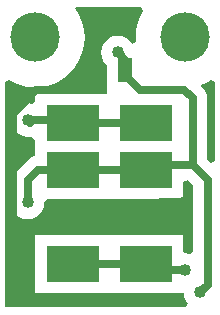
<source format=gbl>
%FSLAX25Y25*%
%MOIN*%
G70*
G01*
G75*
G04 Layer_Physical_Order=2*
G04 Layer_Color=65280*
%ADD10R,0.05906X0.05906*%
%ADD11R,0.05906X0.05906*%
%ADD12C,0.02500*%
%ADD13C,0.16500*%
%ADD14C,0.04000*%
%ADD15R,0.17716X0.12205*%
%ADD16R,0.05000X0.08000*%
G36*
X572500Y577741D02*
Y551235D01*
X571114Y550661D01*
X569791Y551985D01*
Y572205D01*
D01*
D01*
D01*
D01*
X569791D01*
D01*
D01*
D01*
D01*
D01*
X569791D01*
Y572205D01*
D01*
D01*
Y572205D01*
D01*
D01*
D01*
D01*
D01*
D01*
D01*
D01*
D01*
D01*
D01*
D01*
Y572205D01*
D01*
X569791D01*
D01*
D01*
D01*
D01*
D01*
D01*
D01*
X569791Y572205D01*
D01*
D01*
D01*
X569628Y573445D01*
X569289Y574262D01*
X569149Y574600D01*
X568388Y575593D01*
X568388Y575593D01*
X568388D01*
X568388Y575593D01*
Y575593D01*
X567528Y576452D01*
X567615Y576759D01*
X570014Y577753D01*
X571191Y578474D01*
X572500Y577741D01*
D02*
G37*
G36*
X548474Y601191D02*
X547753Y600014D01*
X546759Y597614D01*
X546153Y595089D01*
X545949Y592500D01*
X546068Y590989D01*
X544667Y590452D01*
X543923Y591423D01*
X542774Y592304D01*
X541436Y592858D01*
X540000Y593048D01*
X538564Y592858D01*
X537226Y592304D01*
X536077Y591423D01*
X535196Y590274D01*
X534642Y588936D01*
X534452Y587500D01*
X534642Y586064D01*
X535196Y584726D01*
X536077Y583577D01*
X536500Y583253D01*
Y574000D01*
D01*
Y574000D01*
X536246Y573746D01*
X512557D01*
Y571348D01*
X511429Y570359D01*
X510000Y570547D01*
X508564Y570358D01*
X507226Y569804D01*
X506077Y568923D01*
X505196Y567774D01*
X504642Y566436D01*
X504453Y565000D01*
X504642Y563564D01*
X505196Y562226D01*
X506077Y561077D01*
X507226Y560196D01*
X508564Y559642D01*
X510000Y559452D01*
X510049Y559459D01*
X510856Y559353D01*
X511429Y559428D01*
X512557Y558439D01*
Y554541D01*
Y553076D01*
X512156Y553023D01*
X511339Y552685D01*
X511000Y552545D01*
X510008Y551783D01*
X506612Y548388D01*
X505851Y547396D01*
X505711Y547057D01*
X505372Y546240D01*
X505209Y545000D01*
Y540291D01*
X505196Y540274D01*
X504642Y538936D01*
X504453Y537500D01*
X504642Y536064D01*
X505196Y534726D01*
X506077Y533577D01*
X507226Y532696D01*
X508564Y532142D01*
X510000Y531952D01*
X511436Y532142D01*
X512774Y532696D01*
X513923Y533577D01*
X514804Y534726D01*
X515358Y536064D01*
X515548Y537500D01*
X515526Y537666D01*
X516515Y538793D01*
X561879D01*
Y544385D01*
X563265Y544959D01*
X565209Y543015D01*
Y521181D01*
X563962Y520348D01*
X563936Y520358D01*
X562500Y520547D01*
X561879Y521092D01*
Y526502D01*
X512557D01*
Y507297D01*
X561879D01*
Y507297D01*
X561979D01*
X562142Y506064D01*
X562696Y504726D01*
X563372Y503845D01*
X562708Y502500D01*
X502500D01*
Y577741D01*
X503809Y578474D01*
X504986Y577753D01*
X507385Y576759D01*
X509911Y576153D01*
X512500Y575949D01*
X515089Y576153D01*
X517615Y576759D01*
X520014Y577753D01*
X522228Y579110D01*
X524203Y580797D01*
X525890Y582772D01*
X527247Y584986D01*
X528241Y587386D01*
X528847Y589911D01*
X529051Y592500D01*
X528847Y595089D01*
X528241Y597614D01*
X527247Y600014D01*
X525890Y602228D01*
X526015Y602500D01*
X547741D01*
X548474Y601191D01*
D02*
G37*
D12*
X512814Y575000D02*
X530000D01*
X504919Y567105D02*
X512814Y575000D01*
X505000Y532500D02*
Y567205D01*
X507500Y530000D02*
X517500D01*
X510000Y512500D02*
Y530000D01*
X513396Y548396D02*
X549521D01*
X510000Y545000D02*
X513396Y548396D01*
X510000Y537500D02*
Y545000D01*
X549521Y548396D02*
X551126Y550000D01*
X565000D01*
X542500Y580000D02*
X547500Y575000D01*
X542500Y580000D02*
Y582500D01*
X547500Y575000D02*
X562205D01*
X565000Y572205D01*
X531500Y576500D02*
Y581500D01*
X530000Y575000D02*
X531500Y576500D01*
X524767Y532500D02*
X524915Y532648D01*
X565000Y550000D02*
Y572205D01*
X524915Y532648D02*
X549521D01*
X524915Y516900D02*
X549521D01*
X520000Y532500D02*
X524767D01*
X517500Y530000D02*
X520000Y532500D01*
X505000D02*
X507500Y530000D01*
X510000Y565000D02*
X510856Y564144D01*
X510000Y565000D02*
X524059D01*
X524915Y564144D02*
X549521D01*
X524059Y565000D02*
X524915Y564144D01*
X554374Y537500D02*
X562500D01*
X549521Y532648D02*
X554374Y537500D01*
X551421Y515000D02*
X562500D01*
X549521Y516900D02*
X551421Y515000D01*
X532500Y582500D02*
Y587500D01*
X540000D02*
X542500Y585000D01*
X567500Y507500D02*
X570000Y510000D01*
X565000Y550000D02*
X570000Y545000D01*
Y510000D02*
Y545000D01*
D13*
X512500Y592500D02*
D03*
X562500D02*
D03*
D14*
Y537500D02*
D03*
Y515000D02*
D03*
X510000Y537500D02*
D03*
Y565000D02*
D03*
Y512500D02*
D03*
X532500Y587500D02*
D03*
X540000D02*
D03*
X567500Y507500D02*
D03*
D15*
X524915Y516900D02*
D03*
Y532648D02*
D03*
Y548396D02*
D03*
X549521Y516900D02*
D03*
Y532648D02*
D03*
Y548396D02*
D03*
X524915Y564144D02*
D03*
X549521D02*
D03*
D16*
X531500Y581500D02*
D03*
X542500D02*
D03*
M02*

</source>
